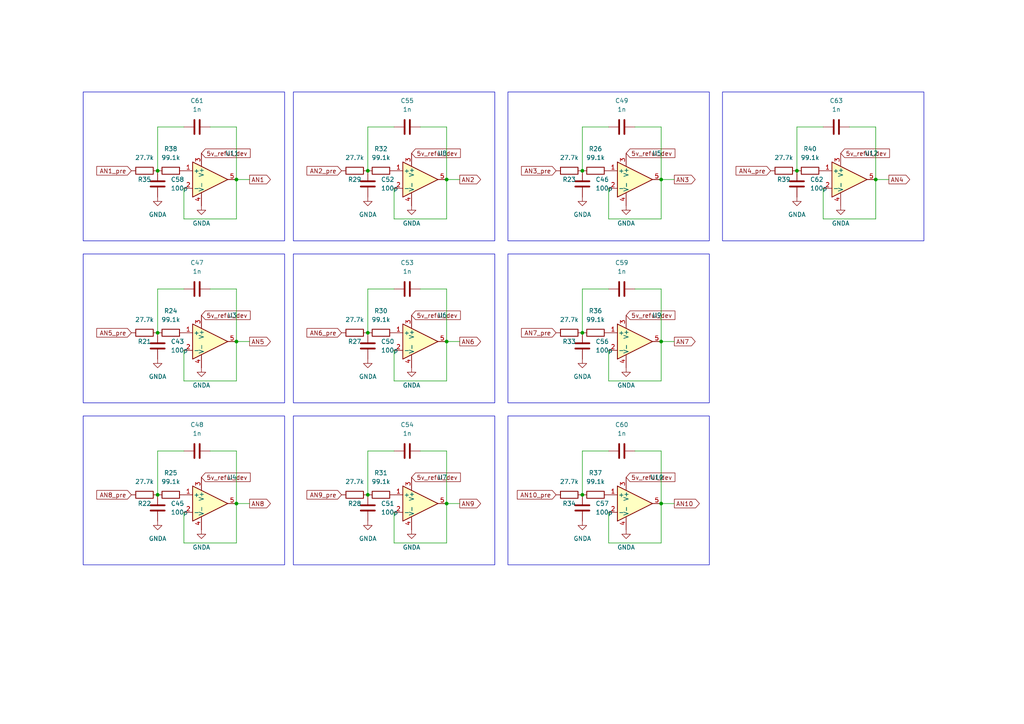
<source format=kicad_sch>
(kicad_sch (version 20230121) (generator eeschema)
  (paper "A4")
  (lib_symbols
    (symbol "Device:C" (pin_numbers hide) (pin_names (offset 0.254))
      (property "Reference" "C" (at 0.635 2.54 0))
      (property "Value" "C" (at 0.635 -2.54 0))
      (symbol "C_0_1"
        (polyline (pts (xy -2.032 -0.762) (xy 2.032 -0.762)) (stroke (width 0.508)))
        (polyline (pts (xy -2.032 0.762) (xy 2.032 0.762)) (stroke (width 0.508)))
      )
      (symbol "C_1_1"
        (pin passive line (at 0 3.81 270) (length 2.794) (name "~") (number "1"))
        (pin passive line (at 0 -3.81 90) (length 2.794) (name "~") (number "2"))
      )
    )
    (symbol "Device:R" (pin_numbers hide) (pin_names (offset 0))
      (property "Reference" "R" (at 2.032 0 90))
      (property "Value" "R" (at 0 0 90))
      (symbol "R_0_1"
        (rectangle (start -1.016 -2.54) (end 1.016 2.54) (stroke (width 0.254)))
      )
      (symbol "R_1_1"
        (pin passive line (at 0 3.81 270) (length 1.27) (name "~") (number "1"))
        (pin passive line (at 0 -3.81 90) (length 1.27) (name "~") (number "2"))
      )
    )
    (symbol "Simulation_SPICE:OPAMP" (pin_names (offset 0.254))
      (property "Reference" "U" (at 3.81 3.175 0))
      (property "Value" "${SIM.PARAMS}" (at 3.81 -3.175 0))
      (symbol "OPAMP_0_1"
        (polyline (pts (xy 5.08 0) (xy -5.08 5.08) (xy -5.08 -5.08) (xy 5.08 0)) (stroke (width 0.254)) (fill (type background)))
      )
      (symbol "OPAMP_1_1"
        (pin input line (at -7.62 2.54 0) (length 2.54) (name "+") (number "1"))
        (pin input line (at -7.62 -2.54 0) (length 2.54) (name "-") (number "2"))
        (pin power_in line (at -2.54 7.62 270) (length 3.81) (name "V+") (number "3"))
        (pin power_in line (at -2.54 -7.62 90) (length 3.81) (name "V-") (number "4"))
        (pin output line (at 7.62 0 180) (length 2.54) (name "~") (number "5"))
      )
    )
    (symbol "power:GNDA" (power) (pin_names (offset 0))
      (property "Value" "GNDA" (at 0 -3.81 0))
      (symbol "GNDA_0_1"
        (polyline (pts (xy 0 0) (xy 0 -1.27) (xy 1.27 -1.27) (xy 0 -2.54) (xy -1.27 -1.27) (xy 0 -1.27)))
      )
      (symbol "GNDA_1_1"
        (pin power_in line (at 0 0 270) (length 0) hide (name "GNDA") (number "1"))
      )
    )
  )
  (junction (at 168.91 96.52))
  (junction (at 231.14 49.53))
  (junction (at 106.68 96.52))
  (junction (at 68.58 99.06))
  (junction (at 191.77 146.05))
  (junction (at 45.72 49.53))
  (junction (at 191.77 52.07))
  (junction (at 106.68 49.53))
  (junction (at 129.54 146.05))
  (junction (at 129.54 52.07))
  (junction (at 168.91 143.51))
  (junction (at 129.54 99.06))
  (junction (at 45.72 96.52))
  (junction (at 168.91 49.53))
  (junction (at 45.72 143.51))
  (junction (at 191.77 99.06))
  (junction (at 106.68 143.51))
  (junction (at 68.58 146.05))
  (junction (at 254 52.07))
  (junction (at 68.58 52.07))
  (wire (pts (xy 53.34 63.5) (xy 68.58 63.5)))
  (wire (pts (xy 191.77 157.48) (xy 191.77 146.05)))
  (wire (pts (xy 68.58 36.83) (xy 68.58 52.07)))
  (wire (pts (xy 191.77 146.05) (xy 195.58 146.05)))
  (wire (pts (xy 121.92 83.82) (xy 129.54 83.82)))
  (wire (pts (xy 129.54 52.07) (xy 133.35 52.07)))
  (wire (pts (xy 114.3 157.48) (xy 129.54 157.48)))
  (wire (pts (xy 176.53 148.59) (xy 176.53 157.48)))
  (wire (pts (xy 68.58 63.5) (xy 68.58 52.07)))
  (wire (pts (xy 129.54 63.5) (xy 129.54 52.07)))
  (wire (pts (xy 106.68 83.82) (xy 106.68 96.52)))
  (wire (pts (xy 68.58 99.06) (xy 72.39 99.06)))
  (wire (pts (xy 53.34 148.59) (xy 53.34 157.48)))
  (wire (pts (xy 191.77 52.07) (xy 195.58 52.07)))
  (wire (pts (xy 254 63.5) (xy 254 52.07)))
  (wire (pts (xy 168.91 130.81) (xy 168.91 143.51)))
  (wire (pts (xy 176.53 130.81) (xy 168.91 130.81)))
  (wire (pts (xy 68.58 110.49) (xy 68.58 99.06)))
  (wire (pts (xy 176.53 101.6) (xy 176.53 110.49)))
  (wire (pts (xy 68.58 157.48) (xy 68.58 146.05)))
  (wire (pts (xy 114.3 36.83) (xy 106.68 36.83)))
  (wire (pts (xy 176.53 54.61) (xy 176.53 63.5)))
  (wire (pts (xy 68.58 83.82) (xy 68.58 99.06)))
  (wire (pts (xy 114.3 54.61) (xy 114.3 63.5)))
  (wire (pts (xy 68.58 130.81) (xy 68.58 146.05)))
  (wire (pts (xy 114.3 101.6) (xy 114.3 110.49)))
  (wire (pts (xy 129.54 130.81) (xy 129.54 146.05)))
  (wire (pts (xy 238.76 54.61) (xy 238.76 63.5)))
  (wire (pts (xy 176.53 157.48) (xy 191.77 157.48)))
  (wire (pts (xy 129.54 99.06) (xy 133.35 99.06)))
  (wire (pts (xy 114.3 130.81) (xy 106.68 130.81)))
  (wire (pts (xy 53.34 101.6) (xy 53.34 110.49)))
  (wire (pts (xy 68.58 146.05) (xy 72.39 146.05)))
  (wire (pts (xy 60.96 130.81) (xy 68.58 130.81)))
  (wire (pts (xy 129.54 83.82) (xy 129.54 99.06)))
  (wire (pts (xy 45.72 36.83) (xy 45.72 49.53)))
  (wire (pts (xy 168.91 83.82) (xy 168.91 96.52)))
  (wire (pts (xy 246.38 36.83) (xy 254 36.83)))
  (wire (pts (xy 191.77 83.82) (xy 191.77 99.06)))
  (wire (pts (xy 60.96 36.83) (xy 68.58 36.83)))
  (wire (pts (xy 191.77 99.06) (xy 195.58 99.06)))
  (wire (pts (xy 114.3 148.59) (xy 114.3 157.48)))
  (wire (pts (xy 129.54 36.83) (xy 129.54 52.07)))
  (wire (pts (xy 231.14 36.83) (xy 231.14 49.53)))
  (wire (pts (xy 45.72 130.81) (xy 45.72 143.51)))
  (wire (pts (xy 184.15 36.83) (xy 191.77 36.83)))
  (wire (pts (xy 129.54 157.48) (xy 129.54 146.05)))
  (wire (pts (xy 184.15 83.82) (xy 191.77 83.82)))
  (wire (pts (xy 106.68 130.81) (xy 106.68 143.51)))
  (wire (pts (xy 106.68 36.83) (xy 106.68 49.53)))
  (wire (pts (xy 168.91 36.83) (xy 168.91 49.53)))
  (wire (pts (xy 129.54 110.49) (xy 129.54 99.06)))
  (wire (pts (xy 191.77 36.83) (xy 191.77 52.07)))
  (wire (pts (xy 53.34 157.48) (xy 68.58 157.48)))
  (wire (pts (xy 129.54 146.05) (xy 133.35 146.05)))
  (wire (pts (xy 254 52.07) (xy 257.81 52.07)))
  (wire (pts (xy 176.53 110.49) (xy 191.77 110.49)))
  (wire (pts (xy 191.77 130.81) (xy 191.77 146.05)))
  (wire (pts (xy 68.58 52.07) (xy 72.39 52.07)))
  (wire (pts (xy 176.53 63.5) (xy 191.77 63.5)))
  (wire (pts (xy 114.3 63.5) (xy 129.54 63.5)))
  (wire (pts (xy 238.76 63.5) (xy 254 63.5)))
  (wire (pts (xy 114.3 83.82) (xy 106.68 83.82)))
  (wire (pts (xy 184.15 130.81) (xy 191.77 130.81)))
  (wire (pts (xy 45.72 83.82) (xy 45.72 96.52)))
  (wire (pts (xy 191.77 63.5) (xy 191.77 52.07)))
  (wire (pts (xy 238.76 36.83) (xy 231.14 36.83)))
  (wire (pts (xy 176.53 36.83) (xy 168.91 36.83)))
  (wire (pts (xy 121.92 130.81) (xy 129.54 130.81)))
  (wire (pts (xy 191.77 110.49) (xy 191.77 99.06)))
  (wire (pts (xy 121.92 36.83) (xy 129.54 36.83)))
  (wire (pts (xy 60.96 83.82) (xy 68.58 83.82)))
  (wire (pts (xy 53.34 83.82) (xy 45.72 83.82)))
  (wire (pts (xy 53.34 130.81) (xy 45.72 130.81)))
  (wire (pts (xy 53.34 36.83) (xy 45.72 36.83)))
  (wire (pts (xy 53.34 110.49) (xy 68.58 110.49)))
  (wire (pts (xy 254 36.83) (xy 254 52.07)))
  (wire (pts (xy 53.34 54.61) (xy 53.34 63.5)))
  (wire (pts (xy 114.3 110.49) (xy 129.54 110.49)))
  (wire (pts (xy 176.53 83.82) (xy 168.91 83.82)))
  (rectangle (start 147.32 26.67) (end 205.74 69.85))
  (rectangle (start 24.13 120.65) (end 82.55 163.83))
  (rectangle (start 85.09 73.66) (end 143.51 116.84))
  (rectangle (start 147.32 120.65) (end 205.74 163.83))
  (rectangle (start 85.09 26.67) (end 143.51 69.85))
  (rectangle (start 147.32 73.66) (end 205.74 116.84))
  (rectangle (start 209.55 26.67) (end 267.97 69.85))
  (rectangle (start 24.13 73.66) (end 82.55 116.84))
  (rectangle (start 24.13 26.67) (end 82.55 69.85))
  (rectangle (start 85.09 120.65) (end 143.51 163.83))
  (global_label "AN1_pre" (shape input) (at 38.1 49.53 180) (property "Intersheetrefs" "${INTERSHEET_REFS}" (effects hide)))
  (global_label "AN4" (shape output) (at 257.81 52.07 0) (property "Intersheetrefs" "${INTERSHEET_REFS}" (effects hide)))
  (global_label "AN2_pre" (shape input) (at 99.06 49.53 180) (property "Intersheetrefs" "${INTERSHEET_REFS}" (effects hide)))
  (global_label "5v_reful_dev" (shape input) (at 58.42 91.44 0) (property "Intersheetrefs" "${INTERSHEET_REFS}" (effects hide)))
  (global_label "AN5_pre" (shape input) (at 38.1 96.52 180) (property "Intersheetrefs" "${INTERSHEET_REFS}" (effects hide)))
  (global_label "5v_reful_dev" (shape input) (at 119.38 44.45 0) (property "Intersheetrefs" "${INTERSHEET_REFS}" (effects hide)))
  (global_label "AN1" (shape output) (at 72.39 52.07 0) (property "Intersheetrefs" "${INTERSHEET_REFS}" (effects hide)))
  (global_label "AN3_pre" (shape input) (at 161.29 49.53 180) (property "Intersheetrefs" "${INTERSHEET_REFS}" (effects hide)))
  (global_label "AN7_pre" (shape input) (at 161.29 96.52 180) (property "Intersheetrefs" "${INTERSHEET_REFS}" (effects hide)))
  (global_label "5v_reful_dev" (shape input) (at 181.61 91.44 0) (property "Intersheetrefs" "${INTERSHEET_REFS}" (effects hide)))
  (global_label "AN7" (shape output) (at 195.58 99.06 0) (property "Intersheetrefs" "${INTERSHEET_REFS}" (effects hide)))
  (global_label "AN8" (shape output) (at 72.39 146.05 0) (property "Intersheetrefs" "${INTERSHEET_REFS}" (effects hide)))
  (global_label "AN6_pre" (shape input) (at 99.06 96.52 180) (property "Intersheetrefs" "${INTERSHEET_REFS}" (effects hide)))
  (global_label "AN6" (shape output) (at 133.35 99.06 0) (property "Intersheetrefs" "${INTERSHEET_REFS}" (effects hide)))
  (global_label "AN2" (shape output) (at 133.35 52.07 0) (property "Intersheetrefs" "${INTERSHEET_REFS}" (effects hide)))
  (global_label "AN10_pre" (shape input) (at 161.29 143.51 180) (property "Intersheetrefs" "${INTERSHEET_REFS}" (effects hide)))
  (global_label "5v_reful_dev" (shape input) (at 181.61 44.45 0) (property "Intersheetrefs" "${INTERSHEET_REFS}" (effects hide)))
  (global_label "AN4_pre" (shape input) (at 223.52 49.53 180) (property "Intersheetrefs" "${INTERSHEET_REFS}" (effects hide)))
  (global_label "AN8_pre" (shape input) (at 38.1 143.51 180) (property "Intersheetrefs" "${INTERSHEET_REFS}" (effects hide)))
  (global_label "AN3" (shape output) (at 195.58 52.07 0) (property "Intersheetrefs" "${INTERSHEET_REFS}" (effects hide)))
  (global_label "5v_reful_dev" (shape input) (at 58.42 138.43 0) (property "Intersheetrefs" "${INTERSHEET_REFS}" (effects hide)))
  (global_label "AN9_pre" (shape input) (at 99.06 143.51 180) (property "Intersheetrefs" "${INTERSHEET_REFS}" (effects hide)))
  (global_label "5v_reful_dev" (shape input) (at 119.38 91.44 0) (property "Intersheetrefs" "${INTERSHEET_REFS}" (effects hide)))
  (global_label "5v_reful_dev" (shape input) (at 181.61 138.43 0) (property "Intersheetrefs" "${INTERSHEET_REFS}" (effects hide)))
  (global_label "5v_reful_dev" (shape input) (at 243.84 44.45 0) (property "Intersheetrefs" "${INTERSHEET_REFS}" (effects hide)))
  (global_label "AN10" (shape output) (at 195.58 146.05 0) (property "Intersheetrefs" "${INTERSHEET_REFS}" (effects hide)))
  (global_label "5v_reful_dev" (shape input) (at 119.38 138.43 0) (property "Intersheetrefs" "${INTERSHEET_REFS}" (effects hide)))
  (global_label "5v_reful_dev" (shape input) (at 58.42 44.45 0) (property "Intersheetrefs" "${INTERSHEET_REFS}" (effects hide)))
  (global_label "AN9" (shape output) (at 133.35 146.05 0) (property "Intersheetrefs" "${INTERSHEET_REFS}" (effects hide)))
  (global_label "AN5" (shape output) (at 72.39 99.06 0) (property "Intersheetrefs" "${INTERSHEET_REFS}" (effects hide)))
  (symbol (lib_id "Simulation_SPICE:OPAMP") (at 184.15 146.05 0) (unit 1)
    (property "Reference" "U10" (at 190.5 138.43 0))
    (property "Value" "${SIM.PARAMS}" (at 190.5 140.97 0))
    (property "Footprint" "Package_TO_SOT_SMD:SOT-23-5" (effects hide))
    (property "Sim.Pins" "1=in+ 2=in- 3=vcc 4=vee 5=out" (effects hide))
    (property "Sim.Device" "SUBCKT" (effects hide))
    (property "Sim.Library" "${KICAD7_SYMBOL_DIR}/Simulation_SPICE.sp" (effects hide))
    (property "Sim.Name" "kicad_builtin_opamp" (effects hide))
  )
  (symbol (lib_id "Device:R") (at 165.1 96.52 90) (unit 1)
    (property "Reference" "R33" (at 165.1 99.06 90))
    (property "Value" "27.7k" (at 165.1 92.71 90))
    (property "Footprint" "Resistor_SMD:R_0402_1005Metric" (effects hide))
  )
  (symbol (lib_id "power:GNDA") (at 243.84 59.69 0) (unit 1)
    (property "Reference" "#PWR090" (effects hide))
    (property "Value" "GNDA" (at 243.84 64.77 0))
  )
  (symbol (lib_id "power:GNDA") (at 119.38 106.68 0) (unit 1)
    (property "Reference" "#PWR080" (effects hide))
    (property "Value" "GNDA" (at 119.38 111.76 0))
  )
  (symbol (lib_id "power:GNDA") (at 106.68 151.13 0) (unit 1)
    (property "Reference" "#PWR078" (effects hide))
    (property "Value" "GNDA" (at 106.68 156.21 0))
  )
  (symbol (lib_id "Device:C") (at 168.91 147.32 0) (unit 1)
    (property "Reference" "C57" (at 172.72 146.05 0) (effects (justify left)))
    (property "Value" "100p" (at 172.72 148.59 0) (effects (justify left)))
    (property "Footprint" "Capacitor_SMD:C_0402_1005Metric" (effects hide))
  )
  (symbol (lib_id "Simulation_SPICE:OPAMP") (at 60.96 146.05 0) (unit 1)
    (property "Reference" "U4" (at 67.31 138.43 0))
    (property "Value" "${SIM.PARAMS}" (at 67.31 140.97 0))
    (property "Footprint" "Package_TO_SOT_SMD:SOT-23-5" (effects hide))
    (property "Sim.Pins" "1=in+ 2=in- 3=vcc 4=vee 5=out" (effects hide))
    (property "Sim.Device" "SUBCKT" (effects hide))
    (property "Sim.Library" "${KICAD7_SYMBOL_DIR}/Simulation_SPICE.sp" (effects hide))
    (property "Sim.Name" "kicad_builtin_opamp" (effects hide))
  )
  (symbol (lib_id "power:GNDA") (at 168.91 104.14 0) (unit 1)
    (property "Reference" "#PWR083" (effects hide))
    (property "Value" "GNDA" (at 168.91 109.22 0))
  )
  (symbol (lib_id "Simulation_SPICE:OPAMP") (at 121.92 99.06 0) (unit 1)
    (property "Reference" "U6" (at 128.27 91.44 0))
    (property "Value" "${SIM.PARAMS}" (at 128.27 93.98 0))
    (property "Footprint" "Package_TO_SOT_SMD:SOT-23-5" (effects hide))
    (property "Sim.Pins" "1=in+ 2=in- 3=vcc 4=vee 5=out" (effects hide))
    (property "Sim.Device" "SUBCKT" (effects hide))
    (property "Sim.Library" "${KICAD7_SYMBOL_DIR}/Simulation_SPICE.sp" (effects hide))
    (property "Sim.Name" "kicad_builtin_opamp" (effects hide))
  )
  (symbol (lib_id "Device:C") (at 106.68 53.34 0) (unit 1)
    (property "Reference" "C52" (at 110.49 52.07 0) (effects (justify left)))
    (property "Value" "100p" (at 110.49 54.61 0) (effects (justify left)))
    (property "Footprint" "Capacitor_SMD:C_0402_1005Metric" (effects hide))
  )
  (symbol (lib_id "power:GNDA") (at 119.38 153.67 0) (unit 1)
    (property "Reference" "#PWR081" (effects hide))
    (property "Value" "GNDA" (at 119.38 158.75 0))
  )
  (symbol (lib_id "Device:C") (at 180.34 36.83 90) (unit 1)
    (property "Reference" "C49" (at 180.34 29.21 90))
    (property "Value" "1n" (at 180.34 31.75 90))
    (property "Footprint" "Capacitor_SMD:C_0402_1005Metric" (effects hide))
  )
  (symbol (lib_id "power:GNDA") (at 181.61 59.69 0) (unit 1)
    (property "Reference" "#PWR076" (effects hide))
    (property "Value" "GNDA" (at 181.61 64.77 0))
  )
  (symbol (lib_id "Device:R") (at 102.87 96.52 90) (unit 1)
    (property "Reference" "R27" (at 102.87 99.06 90))
    (property "Value" "27.7k" (at 102.87 92.71 90))
    (property "Footprint" "Resistor_SMD:R_0402_1005Metric" (effects hide))
  )
  (symbol (lib_id "Device:C") (at 118.11 36.83 90) (unit 1)
    (property "Reference" "C55" (at 118.11 29.21 90))
    (property "Value" "1n" (at 118.11 31.75 90))
    (property "Footprint" "Capacitor_SMD:C_0402_1005Metric" (effects hide))
  )
  (symbol (lib_id "Device:C") (at 242.57 36.83 90) (unit 1)
    (property "Reference" "C63" (at 242.57 29.21 90))
    (property "Value" "1n" (at 242.57 31.75 90))
    (property "Footprint" "Capacitor_SMD:C_0402_1005Metric" (effects hide))
  )
  (symbol (lib_id "power:GNDA") (at 181.61 106.68 0) (unit 1)
    (property "Reference" "#PWR086" (effects hide))
    (property "Value" "GNDA" (at 181.61 111.76 0))
  )
  (symbol (lib_id "Simulation_SPICE:OPAMP") (at 121.92 52.07 0) (unit 1)
    (property "Reference" "U8" (at 128.27 44.45 0))
    (property "Value" "${SIM.PARAMS}" (at 128.27 46.99 0))
    (property "Footprint" "Package_TO_SOT_SMD:SOT-23-5" (effects hide))
    (property "Sim.Pins" "1=in+ 2=in- 3=vcc 4=vee 5=out" (effects hide))
    (property "Sim.Device" "SUBCKT" (effects hide))
    (property "Sim.Library" "${KICAD7_SYMBOL_DIR}/Simulation_SPICE.sp" (effects hide))
    (property "Sim.Name" "kicad_builtin_opamp" (effects hide))
  )
  (symbol (lib_id "Simulation_SPICE:OPAMP") (at 184.15 99.06 0) (unit 1)
    (property "Reference" "U9" (at 190.5 91.44 0))
    (property "Value" "${SIM.PARAMS}" (at 190.5 93.98 0))
    (property "Footprint" "Package_TO_SOT_SMD:SOT-23-5" (effects hide))
    (property "Sim.Pins" "1=in+ 2=in- 3=vcc 4=vee 5=out" (effects hide))
    (property "Sim.Device" "SUBCKT" (effects hide))
    (property "Sim.Library" "${KICAD7_SYMBOL_DIR}/Simulation_SPICE.sp" (effects hide))
    (property "Sim.Name" "kicad_builtin_opamp" (effects hide))
  )
  (symbol (lib_id "Device:C") (at 45.72 53.34 0) (unit 1)
    (property "Reference" "C58" (at 49.53 52.07 0) (effects (justify left)))
    (property "Value" "100p" (at 49.53 54.61 0) (effects (justify left)))
    (property "Footprint" "Capacitor_SMD:C_0402_1005Metric" (effects hide))
  )
  (symbol (lib_id "Device:R") (at 172.72 96.52 90) (unit 1)
    (property "Reference" "R36" (at 172.72 90.17 90))
    (property "Value" "99.1k" (at 172.72 92.71 90))
    (property "Footprint" "Resistor_SMD:R_0402_1005Metric" (effects hide))
  )
  (symbol (lib_id "Device:C") (at 118.11 83.82 90) (unit 1)
    (property "Reference" "C53" (at 118.11 76.2 90))
    (property "Value" "1n" (at 118.11 78.74 90))
    (property "Footprint" "Capacitor_SMD:C_0402_1005Metric" (effects hide))
  )
  (symbol (lib_id "Device:C") (at 57.15 83.82 90) (unit 1)
    (property "Reference" "C47" (at 57.15 76.2 90))
    (property "Value" "1n" (at 57.15 78.74 90))
    (property "Footprint" "Capacitor_SMD:C_0402_1005Metric" (effects hide))
  )
  (symbol (lib_id "power:GNDA") (at 231.14 57.15 0) (unit 1)
    (property "Reference" "#PWR089" (effects hide))
    (property "Value" "GNDA" (at 231.14 62.23 0))
  )
  (symbol (lib_id "Device:C") (at 45.72 147.32 0) (unit 1)
    (property "Reference" "C45" (at 49.53 146.05 0) (effects (justify left)))
    (property "Value" "100p" (at 49.53 148.59 0) (effects (justify left)))
    (property "Footprint" "Capacitor_SMD:C_0402_1005Metric" (effects hide))
  )
  (symbol (lib_id "power:GNDA") (at 45.72 151.13 0) (unit 1)
    (property "Reference" "#PWR072" (effects hide))
    (property "Value" "GNDA" (at 45.72 156.21 0))
  )
  (symbol (lib_id "Simulation_SPICE:OPAMP") (at 121.92 146.05 0) (unit 1)
    (property "Reference" "U7" (at 128.27 138.43 0))
    (property "Value" "${SIM.PARAMS}" (at 128.27 140.97 0))
    (property "Footprint" "Package_TO_SOT_SMD:SOT-23-5" (effects hide))
    (property "Sim.Pins" "1=in+ 2=in- 3=vcc 4=vee 5=out" (effects hide))
    (property "Sim.Device" "SUBCKT" (effects hide))
    (property "Sim.Library" "${KICAD7_SYMBOL_DIR}/Simulation_SPICE.sp" (effects hide))
    (property "Sim.Name" "kicad_builtin_opamp" (effects hide))
  )
  (symbol (lib_id "Simulation_SPICE:OPAMP") (at 60.96 52.07 0) (unit 1)
    (property "Reference" "U11" (at 67.31 44.45 0))
    (property "Value" "${SIM.PARAMS}" (at 67.31 46.99 0))
    (property "Footprint" "Package_TO_SOT_SMD:SOT-23-5" (effects hide))
    (property "Sim.Pins" "1=in+ 2=in- 3=vcc 4=vee 5=out" (effects hide))
    (property "Sim.Device" "SUBCKT" (effects hide))
    (property "Sim.Library" "${KICAD7_SYMBOL_DIR}/Simulation_SPICE.sp" (effects hide))
    (property "Sim.Name" "kicad_builtin_opamp" (effects hide))
  )
  (symbol (lib_id "Device:R") (at 41.91 96.52 90) (unit 1)
    (property "Reference" "R21" (at 41.91 99.06 90))
    (property "Value" "27.7k" (at 41.91 92.71 90))
    (property "Footprint" "Resistor_SMD:R_0402_1005Metric" (effects hide))
  )
  (symbol (lib_id "power:GNDA") (at 58.42 153.67 0) (unit 1)
    (property "Reference" "#PWR075" (effects hide))
    (property "Value" "GNDA" (at 58.42 158.75 0))
  )
  (symbol (lib_id "Device:R") (at 165.1 49.53 90) (unit 1)
    (property "Reference" "R23" (at 165.1 52.07 90))
    (property "Value" "27.7k" (at 165.1 45.72 90))
    (property "Footprint" "Resistor_SMD:R_0402_1005Metric" (effects hide))
  )
  (symbol (lib_id "Device:C") (at 45.72 100.33 0) (unit 1)
    (property "Reference" "C43" (at 49.53 99.06 0) (effects (justify left)))
    (property "Value" "100p" (at 49.53 101.6 0) (effects (justify left)))
    (property "Footprint" "Capacitor_SMD:C_0402_1005Metric" (effects hide))
  )
  (symbol (lib_id "Device:R") (at 165.1 143.51 90) (unit 1)
    (property "Reference" "R34" (at 165.1 146.05 90))
    (property "Value" "27.7k" (at 165.1 139.7 90))
    (property "Footprint" "Resistor_SMD:R_0402_1005Metric" (effects hide))
  )
  (symbol (lib_id "Device:R") (at 110.49 96.52 90) (unit 1)
    (property "Reference" "R30" (at 110.49 90.17 90))
    (property "Value" "99.1k" (at 110.49 92.71 90))
    (property "Footprint" "Resistor_SMD:R_0402_1005Metric" (effects hide))
  )
  (symbol (lib_id "Device:R") (at 49.53 96.52 90) (unit 1)
    (property "Reference" "R24" (at 49.53 90.17 90))
    (property "Value" "99.1k" (at 49.53 92.71 90))
    (property "Footprint" "Resistor_SMD:R_0402_1005Metric" (effects hide))
  )
  (symbol (lib_id "Device:R") (at 234.95 49.53 90) (unit 1)
    (property "Reference" "R40" (at 234.95 43.18 90))
    (property "Value" "99.1k" (at 234.95 45.72 90))
    (property "Footprint" "Resistor_SMD:R_0402_1005Metric" (effects hide))
  )
  (symbol (lib_id "power:GNDA") (at 168.91 151.13 0) (unit 1)
    (property "Reference" "#PWR084" (effects hide))
    (property "Value" "GNDA" (at 168.91 156.21 0))
  )
  (symbol (lib_id "power:GNDA") (at 106.68 57.15 0) (unit 1)
    (property "Reference" "#PWR079" (effects hide))
    (property "Value" "GNDA" (at 106.68 62.23 0))
  )
  (symbol (lib_id "Device:R") (at 49.53 143.51 90) (unit 1)
    (property "Reference" "R25" (at 49.53 137.16 90))
    (property "Value" "99.1k" (at 49.53 139.7 90))
    (property "Footprint" "Resistor_SMD:R_0402_1005Metric" (effects hide))
  )
  (symbol (lib_id "power:GNDA") (at 58.42 106.68 0) (unit 1)
    (property "Reference" "#PWR074" (effects hide))
    (property "Value" "GNDA" (at 58.42 111.76 0))
  )
  (symbol (lib_id "power:GNDA") (at 181.61 153.67 0) (unit 1)
    (property "Reference" "#PWR087" (effects hide))
    (property "Value" "GNDA" (at 181.61 158.75 0))
  )
  (symbol (lib_id "Device:C") (at 168.91 53.34 0) (unit 1)
    (property "Reference" "C46" (at 172.72 52.07 0) (effects (justify left)))
    (property "Value" "100p" (at 172.72 54.61 0) (effects (justify left)))
    (property "Footprint" "Capacitor_SMD:C_0402_1005Metric" (effects hide))
  )
  (symbol (lib_id "Device:R") (at 49.53 49.53 90) (unit 1)
    (property "Reference" "R38" (at 49.53 43.18 90))
    (property "Value" "99.1k" (at 49.53 45.72 90))
    (property "Footprint" "Resistor_SMD:R_0402_1005Metric" (effects hide))
  )
  (symbol (lib_id "Device:R") (at 102.87 49.53 90) (unit 1)
    (property "Reference" "R29" (at 102.87 52.07 90))
    (property "Value" "27.7k" (at 102.87 45.72 90))
    (property "Footprint" "Resistor_SMD:R_0402_1005Metric" (effects hide))
  )
  (symbol (lib_id "Device:R") (at 102.87 143.51 90) (unit 1)
    (property "Reference" "R28" (at 102.87 146.05 90))
    (property "Value" "27.7k" (at 102.87 139.7 90))
    (property "Footprint" "Resistor_SMD:R_0402_1005Metric" (effects hide))
  )
  (symbol (lib_id "Simulation_SPICE:OPAMP") (at 246.38 52.07 0) (unit 1)
    (property "Reference" "U12" (at 252.73 44.45 0))
    (property "Value" "${SIM.PARAMS}" (at 252.73 46.99 0))
    (property "Footprint" "Package_TO_SOT_SMD:SOT-23-5" (effects hide))
    (property "Sim.Pins" "1=in+ 2=in- 3=vcc 4=vee 5=out" (effects hide))
    (property "Sim.Device" "SUBCKT" (effects hide))
    (property "Sim.Library" "${KICAD7_SYMBOL_DIR}/Simulation_SPICE.sp" (effects hide))
    (property "Sim.Name" "kicad_builtin_opamp" (effects hide))
  )
  (symbol (lib_id "Device:C") (at 106.68 147.32 0) (unit 1)
    (property "Reference" "C51" (at 110.49 146.05 0) (effects (justify left)))
    (property "Value" "100p" (at 110.49 148.59 0) (effects (justify left)))
    (property "Footprint" "Capacitor_SMD:C_0402_1005Metric" (effects hide))
  )
  (symbol (lib_id "power:GNDA") (at 45.72 57.15 0) (unit 1)
    (property "Reference" "#PWR085" (effects hide))
    (property "Value" "GNDA" (at 45.72 62.23 0))
  )
  (symbol (lib_id "power:GNDA") (at 119.38 59.69 0) (unit 1)
    (property "Reference" "#PWR082" (effects hide))
    (property "Value" "GNDA" (at 119.38 64.77 0))
  )
  (symbol (lib_id "Device:R") (at 41.91 49.53 90) (unit 1)
    (property "Reference" "R35" (at 41.91 52.07 90))
    (property "Value" "27.7k" (at 41.91 45.72 90))
    (property "Footprint" "Resistor_SMD:R_0402_1005Metric" (effects hide))
  )
  (symbol (lib_id "Simulation_SPICE:OPAMP") (at 60.96 99.06 0) (unit 1)
    (property "Reference" "U3" (at 67.31 91.44 0))
    (property "Value" "${SIM.PARAMS}" (at 67.31 93.98 0))
    (property "Footprint" "Package_TO_SOT_SMD:SOT-23-5" (effects hide))
    (property "Sim.Pins" "1=in+ 2=in- 3=vcc 4=vee 5=out" (effects hide))
    (property "Sim.Device" "SUBCKT" (effects hide))
    (property "Sim.Library" "${KICAD7_SYMBOL_DIR}/Simulation_SPICE.sp" (effects hide))
    (property "Sim.Name" "kicad_builtin_opamp" (effects hide))
  )
  (symbol (lib_id "Device:C") (at 180.34 83.82 90) (unit 1)
    (property "Reference" "C59" (at 180.34 76.2 90))
    (property "Value" "1n" (at 180.34 78.74 90))
    (property "Footprint" "Capacitor_SMD:C_0402_1005Metric" (effects hide))
  )
  (symbol (lib_id "Device:C") (at 231.14 53.34 0) (unit 1)
    (property "Reference" "C62" (at 234.95 52.07 0) (effects (justify left)))
    (property "Value" "100p" (at 234.95 54.61 0) (effects (justify left)))
    (property "Footprint" "Capacitor_SMD:C_0402_1005Metric" (effects hide))
  )
  (symbol (lib_id "Device:R") (at 110.49 143.51 90) (unit 1)
    (property "Reference" "R31" (at 110.49 137.16 90))
    (property "Value" "99.1k" (at 110.49 139.7 90))
    (property "Footprint" "Resistor_SMD:R_0402_1005Metric" (effects hide))
  )
  (symbol (lib_id "Device:R") (at 172.72 49.53 90) (unit 1)
    (property "Reference" "R26" (at 172.72 43.18 90))
    (property "Value" "99.1k" (at 172.72 45.72 90))
    (property "Footprint" "Resistor_SMD:R_0402_1005Metric" (effects hide))
  )
  (symbol (lib_id "power:GNDA") (at 58.42 59.69 0) (unit 1)
    (property "Reference" "#PWR088" (effects hide))
    (property "Value" "GNDA" (at 58.42 64.77 0))
  )
  (symbol (lib_id "Device:R") (at 227.33 49.53 90) (unit 1)
    (property "Reference" "R39" (at 227.33 52.07 90))
    (property "Value" "27.7k" (at 227.33 45.72 90))
    (property "Footprint" "Resistor_SMD:R_0402_1005Metric" (effects hide))
  )
  (symbol (lib_id "Device:C") (at 118.11 130.81 90) (unit 1)
    (property "Reference" "C54" (at 118.11 123.19 90))
    (property "Value" "1n" (at 118.11 125.73 90))
    (property "Footprint" "Capacitor_SMD:C_0402_1005Metric" (effects hide))
  )
  (symbol (lib_id "Device:C") (at 168.91 100.33 0) (unit 1)
    (property "Reference" "C56" (at 172.72 99.06 0) (effects (justify left)))
    (property "Value" "100p" (at 172.72 101.6 0) (effects (justify left)))
    (property "Footprint" "Capacitor_SMD:C_0402_1005Metric" (effects hide))
  )
  (symbol (lib_id "power:GNDA") (at 45.72 104.14 0) (unit 1)
    (property "Reference" "#PWR071" (effects hide))
    (property "Value" "GNDA" (at 45.72 109.22 0))
  )
  (symbol (lib_id "Device:R") (at 41.91 143.51 90) (unit 1)
    (property "Reference" "R22" (at 41.91 146.05 90))
    (property "Value" "27.7k" (at 41.91 139.7 90))
    (property "Footprint" "Resistor_SMD:R_0402_1005Metric" (effects hide))
  )
  (symbol (lib_id "power:GNDA") (at 168.91 57.15 0) (unit 1)
    (property "Reference" "#PWR073" (effects hide))
    (property "Value" "GNDA" (at 168.91 62.23 0))
  )
  (symbol (lib_id "power:GNDA") (at 106.68 104.14 0) (unit 1)
    (property "Reference" "#PWR077" (effects hide))
    (property "Value" "GNDA" (at 106.68 109.22 0))
  )
  (symbol (lib_id "Device:C") (at 57.15 130.81 90) (unit 1)
    (property "Reference" "C48" (at 57.15 123.19 90))
    (property "Value" "1n" (at 57.15 125.73 90))
    (property "Footprint" "Capacitor_SMD:C_0402_1005Metric" (effects hide))
  )
  (symbol (lib_id "Device:R") (at 110.49 49.53 90) (unit 1)
    (property "Reference" "R32" (at 110.49 43.18 90))
    (property "Value" "99.1k" (at 110.49 45.72 90))
    (property "Footprint" "Resistor_SMD:R_0402_1005Metric" (effects hide))
  )
  (symbol (lib_id "Device:C") (at 57.15 36.83 90) (unit 1)
    (property "Reference" "C61" (at 57.15 29.21 90))
    (property "Value" "1n" (at 57.15 31.75 90))
    (property "Footprint" "Capacitor_SMD:C_0402_1005Metric" (effects hide))
  )
  (symbol (lib_id "Simulation_SPICE:OPAMP") (at 184.15 52.07 0) (unit 1)
    (property "Reference" "U5" (at 190.5 44.45 0))
    (property "Value" "${SIM.PARAMS}" (at 190.5 46.99 0))
    (property "Footprint" "Package_TO_SOT_SMD:SOT-23-5" (effects hide))
    (property "Sim.Pins" "1=in+ 2=in- 3=vcc 4=vee 5=out" (effects hide))
    (property "Sim.Device" "SUBCKT" (effects hide))
    (property "Sim.Library" "${KICAD7_SYMBOL_DIR}/Simulation_SPICE.sp" (effects hide))
    (property "Sim.Name" "kicad_builtin_opamp" (effects hide))
  )
  (symbol (lib_id "Device:R") (at 172.72 143.51 90) (unit 1)
    (property "Reference" "R37" (at 172.72 137.16 90))
    (property "Value" "99.1k" (at 172.72 139.7 90))
    (property "Footprint" "Resistor_SMD:R_0402_1005Metric" (effects hide))
  )
  (symbol (lib_id "Device:C") (at 106.68 100.33 0) (unit 1)
    (property "Reference" "C50" (at 110.49 99.06 0) (effects (justify left)))
    (property "Value" "100p" (at 110.49 101.6 0) (effects (justify left)))
    (property "Footprint" "Capacitor_SMD:C_0402_1005Metric" (effects hide))
  )
  (symbol (lib_id "Device:C") (at 180.34 130.81 90) (unit 1)
    (property "Reference" "C60" (at 180.34 123.19 90))
    (property "Value" "1n" (at 180.34 125.73 90))
    (property "Footprint" "Capacitor_SMD:C_0402_1005Metric" (effects hide))
  )
)
</source>
